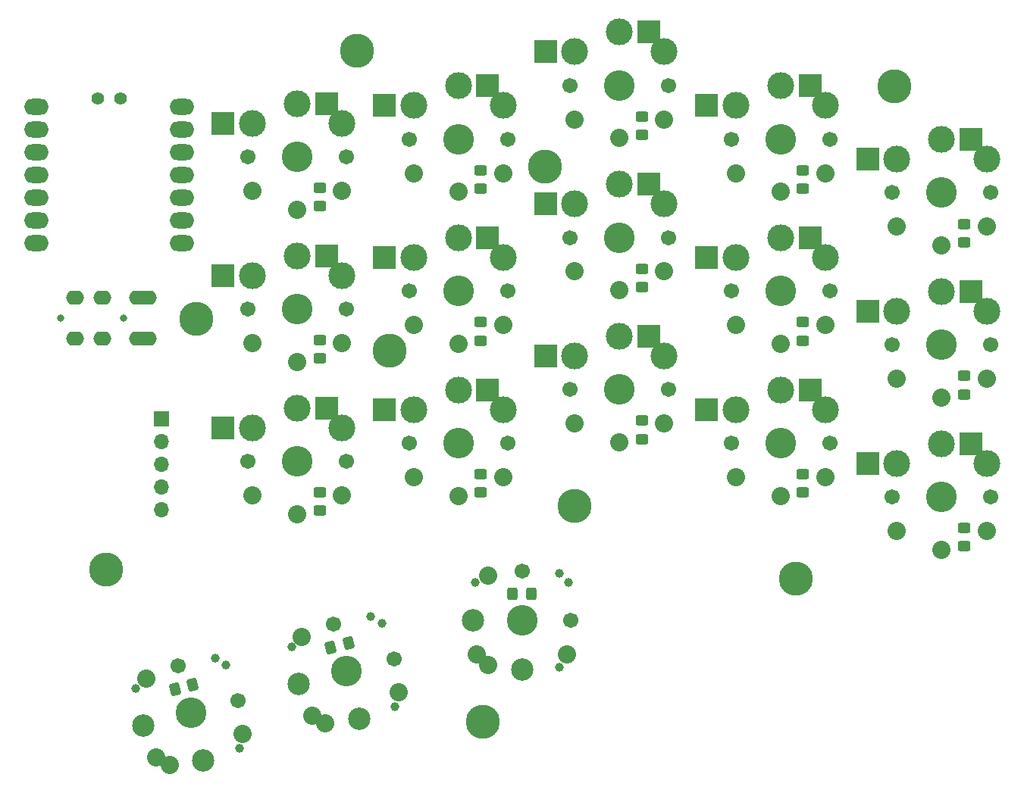
<source format=gbr>
%TF.GenerationSoftware,KiCad,Pcbnew,6.0.7*%
%TF.CreationDate,2023-01-29T15:54:58+00:00*%
%TF.ProjectId,rknt36-rounded,726b6e74-3336-42d7-926f-756e6465642e,rev?*%
%TF.SameCoordinates,Original*%
%TF.FileFunction,Soldermask,Top*%
%TF.FilePolarity,Negative*%
%FSLAX46Y46*%
G04 Gerber Fmt 4.6, Leading zero omitted, Abs format (unit mm)*
G04 Created by KiCad (PCBNEW 6.0.7) date 2023-01-29 15:54:58*
%MOMM*%
%LPD*%
G01*
G04 APERTURE LIST*
G04 Aperture macros list*
%AMRoundRect*
0 Rectangle with rounded corners*
0 $1 Rounding radius*
0 $2 $3 $4 $5 $6 $7 $8 $9 X,Y pos of 4 corners*
0 Add a 4 corners polygon primitive as box body*
4,1,4,$2,$3,$4,$5,$6,$7,$8,$9,$2,$3,0*
0 Add four circle primitives for the rounded corners*
1,1,$1+$1,$2,$3*
1,1,$1+$1,$4,$5*
1,1,$1+$1,$6,$7*
1,1,$1+$1,$8,$9*
0 Add four rect primitives between the rounded corners*
20,1,$1+$1,$2,$3,$4,$5,0*
20,1,$1+$1,$4,$5,$6,$7,0*
20,1,$1+$1,$6,$7,$8,$9,0*
20,1,$1+$1,$8,$9,$2,$3,0*%
G04 Aperture macros list end*
%ADD10RoundRect,0.250000X0.197457X0.518783X-0.430394X0.350550X-0.197457X-0.518783X0.430394X-0.350550X0*%
%ADD11C,1.701800*%
%ADD12C,3.000000*%
%ADD13C,3.429000*%
%ADD14R,2.600000X2.600000*%
%ADD15C,2.032000*%
%ADD16RoundRect,0.250000X0.450000X-0.325000X0.450000X0.325000X-0.450000X0.325000X-0.450000X-0.325000X0*%
%ADD17R,1.700000X1.700000*%
%ADD18O,1.700000X1.700000*%
%ADD19C,0.990600*%
%ADD20C,2.500000*%
%ADD21C,3.800000*%
%ADD22C,0.800000*%
%ADD23O,2.000000X1.600000*%
%ADD24RoundRect,0.250000X0.325000X0.450000X-0.325000X0.450000X-0.325000X-0.450000X0.325000X-0.450000X0*%
%ADD25O,2.750000X1.800000*%
%ADD26C,1.397000*%
G04 APERTURE END LIST*
D10*
%TO.C,D31*%
X102326952Y-115995675D03*
X100346804Y-116526255D03*
%TD*%
D11*
%TO.C,SW9*%
X162500000Y-72000000D03*
D12*
X168000000Y-66050000D03*
X173000000Y-68250000D03*
D11*
X173500000Y-72000000D03*
D12*
X163000000Y-68250000D03*
D13*
X168000000Y-72000000D03*
D14*
X171275000Y-66050000D03*
D15*
X168000000Y-77900000D03*
D14*
X159725000Y-68250000D03*
D15*
X163000000Y-75800000D03*
X173000000Y-75800000D03*
%TD*%
D13*
%TO.C,SW15*%
X186000000Y-95000000D03*
D12*
X181000000Y-91250000D03*
D11*
X191500000Y-95000000D03*
D12*
X186000000Y-89050000D03*
X191000000Y-91250000D03*
D11*
X180500000Y-95000000D03*
D14*
X189275000Y-89050000D03*
D15*
X186000000Y-100900000D03*
D14*
X177725000Y-91250000D03*
D15*
X181000000Y-98800000D03*
X191000000Y-98800000D03*
%TD*%
D16*
%TO.C,D21*%
X116500000Y-96525000D03*
X116500000Y-94475000D03*
%TD*%
D12*
%TO.C,SW14*%
X163000000Y-85250000D03*
D13*
X168000000Y-89000000D03*
D12*
X168000000Y-83050000D03*
X173000000Y-85250000D03*
D11*
X173500000Y-89000000D03*
X162500000Y-89000000D03*
D14*
X171275000Y-83050000D03*
D15*
X168000000Y-94900000D03*
X173000000Y-92800000D03*
X163000000Y-92800000D03*
D14*
X159725000Y-85250000D03*
%TD*%
D12*
%TO.C,SW6*%
X114000000Y-68050000D03*
X119000000Y-70250000D03*
D11*
X119500000Y-74000000D03*
X108500000Y-74000000D03*
D13*
X114000000Y-74000000D03*
D12*
X109000000Y-70250000D03*
D15*
X114000000Y-79900000D03*
D14*
X117275000Y-68050000D03*
D15*
X119000000Y-77800000D03*
D14*
X105725000Y-70250000D03*
D15*
X109000000Y-77800000D03*
%TD*%
D17*
%TO.C,J1*%
X98800000Y-86300000D03*
D18*
X98800000Y-88840000D03*
X98800000Y-91380000D03*
X98800000Y-93920000D03*
X98800000Y-96460000D03*
%TD*%
D16*
%TO.C,D17*%
X170500000Y-77525000D03*
X170500000Y-75475000D03*
%TD*%
D11*
%TO.C,SW4*%
X173500000Y-55000000D03*
D12*
X168000000Y-49050000D03*
X173000000Y-51250000D03*
X163000000Y-51250000D03*
D13*
X168000000Y-55000000D03*
D11*
X162500000Y-55000000D03*
D14*
X171275000Y-49050000D03*
D15*
X168000000Y-60900000D03*
X173000000Y-58800000D03*
X163000000Y-58800000D03*
D14*
X159725000Y-51250000D03*
%TD*%
D16*
%TO.C,D9*%
X188500000Y-66525000D03*
X188500000Y-64475000D03*
%TD*%
%TO.C,D15*%
X152500000Y-71525000D03*
X152500000Y-69475000D03*
%TD*%
D12*
%TO.C,SW13*%
X150000000Y-77050000D03*
X145000000Y-79250000D03*
D11*
X155500000Y-83000000D03*
D12*
X155000000Y-79250000D03*
D11*
X144500000Y-83000000D03*
D13*
X150000000Y-83000000D03*
D14*
X153275000Y-77050000D03*
D15*
X150000000Y-88900000D03*
X155000000Y-86800000D03*
X145000000Y-86800000D03*
D14*
X141725000Y-79250000D03*
%TD*%
D16*
%TO.C,D7*%
X170500000Y-60525000D03*
X170500000Y-58475000D03*
%TD*%
%TO.C,D23*%
X134500000Y-94525000D03*
X134500000Y-92475000D03*
%TD*%
D19*
%TO.C,SW16*%
X104819188Y-113029570D03*
X107521259Y-123113836D03*
X95984162Y-116452890D03*
X106068428Y-113750819D03*
D13*
X102113335Y-119158743D03*
D11*
X107425927Y-117735238D03*
X100689830Y-113846151D03*
D20*
X103536840Y-124471335D03*
X96800743Y-120582248D03*
D15*
X98267218Y-124123356D03*
X99736912Y-124971885D03*
X107926477Y-121535166D03*
X97148722Y-115312626D03*
%TD*%
D11*
%TO.C,SW17*%
X118076495Y-109187408D03*
D19*
X113370827Y-111794147D03*
D13*
X119500000Y-114500000D03*
D11*
X124812592Y-113076495D03*
D19*
X124907924Y-118455093D03*
X123455093Y-109092076D03*
X122205853Y-108370827D03*
D20*
X114187408Y-115923505D03*
X120923505Y-119812592D03*
D15*
X115653883Y-119464613D03*
X117123577Y-120313142D03*
X114535387Y-110653883D03*
X125313142Y-116876423D03*
%TD*%
D16*
%TO.C,D19*%
X188500000Y-83525000D03*
X188500000Y-81475000D03*
%TD*%
%TO.C,D11*%
X116500000Y-79525000D03*
X116500000Y-77475000D03*
%TD*%
D11*
%TO.C,SW8*%
X144500000Y-66000000D03*
X155500000Y-66000000D03*
D13*
X150000000Y-66000000D03*
D12*
X155000000Y-62250000D03*
X145000000Y-62250000D03*
X150000000Y-60050000D03*
D15*
X150000000Y-71900000D03*
D14*
X153275000Y-60050000D03*
X141725000Y-62250000D03*
D15*
X145000000Y-69800000D03*
X155000000Y-69800000D03*
%TD*%
D11*
%TO.C,SW3*%
X144500000Y-49000000D03*
D12*
X155000000Y-45250000D03*
X150000000Y-43050000D03*
D13*
X150000000Y-49000000D03*
D11*
X155500000Y-49000000D03*
D12*
X145000000Y-45250000D03*
D15*
X150000000Y-54900000D03*
D14*
X153275000Y-43050000D03*
D15*
X145000000Y-52800000D03*
D14*
X141725000Y-45250000D03*
D15*
X155000000Y-52800000D03*
%TD*%
D13*
%TO.C,SW1*%
X114000000Y-57000000D03*
D12*
X119000000Y-53250000D03*
X109000000Y-53250000D03*
D11*
X108500000Y-57000000D03*
D12*
X114000000Y-51050000D03*
D11*
X119500000Y-57000000D03*
D15*
X114000000Y-62900000D03*
D14*
X117275000Y-51050000D03*
D15*
X119000000Y-60800000D03*
X109000000Y-60800000D03*
D14*
X105725000Y-53250000D03*
%TD*%
D21*
%TO.C,H3*%
X169700000Y-104130000D03*
%TD*%
D16*
%TO.C,D3*%
X134500000Y-60525000D03*
X134500000Y-58475000D03*
%TD*%
%TO.C,D1*%
X116500000Y-62525000D03*
X116500000Y-60475000D03*
%TD*%
%TO.C,D29*%
X188500000Y-100525000D03*
X188500000Y-98475000D03*
%TD*%
D11*
%TO.C,SW12*%
X137500000Y-89000000D03*
D12*
X137000000Y-85250000D03*
D13*
X132000000Y-89000000D03*
D11*
X126500000Y-89000000D03*
D12*
X132000000Y-83050000D03*
X127000000Y-85250000D03*
D15*
X132000000Y-94900000D03*
D14*
X135275000Y-83050000D03*
D15*
X137000000Y-92800000D03*
X127000000Y-92800000D03*
D14*
X123725000Y-85250000D03*
%TD*%
D13*
%TO.C,SW5*%
X186000000Y-61000000D03*
D11*
X191500000Y-61000000D03*
D12*
X186000000Y-55050000D03*
X181000000Y-57250000D03*
D11*
X180500000Y-61000000D03*
D12*
X191000000Y-57250000D03*
D15*
X186000000Y-66900000D03*
D14*
X189275000Y-55050000D03*
D15*
X181000000Y-64800000D03*
X191000000Y-64800000D03*
D14*
X177725000Y-57250000D03*
%TD*%
D13*
%TO.C,SW10*%
X186000000Y-78000000D03*
D12*
X181000000Y-74250000D03*
D11*
X180500000Y-78000000D03*
X191500000Y-78000000D03*
D12*
X191000000Y-74250000D03*
X186000000Y-72050000D03*
D15*
X186000000Y-83900000D03*
D14*
X189275000Y-72050000D03*
D15*
X181000000Y-81800000D03*
X191000000Y-81800000D03*
D14*
X177725000Y-74250000D03*
%TD*%
D21*
%TO.C,H1*%
X102700000Y-75130000D03*
%TD*%
D16*
%TO.C,D27*%
X170500000Y-94525000D03*
X170500000Y-92475000D03*
%TD*%
D21*
%TO.C,H7*%
X145000000Y-96000000D03*
%TD*%
D10*
%TO.C,D33*%
X119713617Y-111336933D03*
X117733469Y-111867513D03*
%TD*%
D22*
%TO.C,U3*%
X94600000Y-75000000D03*
X87600000Y-75000000D03*
D23*
X97300000Y-77300000D03*
X96200000Y-72700000D03*
X92200000Y-72700000D03*
X89200000Y-72700000D03*
%TD*%
D16*
%TO.C,D13*%
X134500000Y-77525000D03*
X134500000Y-75475000D03*
%TD*%
D21*
%TO.C,H5*%
X92700000Y-103130000D03*
%TD*%
D16*
%TO.C,D25*%
X152500000Y-88525000D03*
X152500000Y-86475000D03*
%TD*%
D12*
%TO.C,SW2*%
X137000000Y-51250000D03*
D11*
X126500000Y-55000000D03*
X137500000Y-55000000D03*
D12*
X127000000Y-51250000D03*
X132000000Y-49050000D03*
D13*
X132000000Y-55000000D03*
D15*
X132000000Y-60900000D03*
D14*
X135275000Y-49050000D03*
D15*
X137000000Y-58800000D03*
D14*
X123725000Y-51250000D03*
D15*
X127000000Y-58800000D03*
%TD*%
D21*
%TO.C,H4*%
X180700000Y-49130000D03*
%TD*%
%TO.C,H10*%
X124362174Y-78682808D03*
%TD*%
D12*
%TO.C,SW11*%
X114000000Y-85050000D03*
X119000000Y-87250000D03*
D13*
X114000000Y-91000000D03*
D12*
X109000000Y-87250000D03*
D11*
X119500000Y-91000000D03*
X108500000Y-91000000D03*
D15*
X114000000Y-96900000D03*
D14*
X117275000Y-85050000D03*
X105725000Y-87250000D03*
D15*
X109000000Y-94800000D03*
X119000000Y-94800000D03*
%TD*%
D24*
%TO.C,D35*%
X140125000Y-105800000D03*
X138075000Y-105800000D03*
%TD*%
D21*
%TO.C,H6*%
X120700000Y-45130000D03*
%TD*%
D25*
%TO.C,U1*%
X84905040Y-51380000D03*
X84905040Y-53920000D03*
X84905040Y-56460000D03*
X84905040Y-59000000D03*
X84905040Y-61540000D03*
X84905040Y-64080000D03*
X84905040Y-66620000D03*
X101094960Y-66620000D03*
X101094960Y-64080000D03*
X101094960Y-61540000D03*
X101094960Y-59000000D03*
X101094960Y-56460000D03*
X101094960Y-53920000D03*
X101094960Y-51380000D03*
D26*
X91730000Y-50428000D03*
X94270000Y-50428000D03*
%TD*%
D19*
%TO.C,SW18*%
X143300000Y-103580000D03*
D11*
X139100000Y-103300000D03*
D13*
X139100000Y-108800000D03*
D19*
X133880000Y-104600000D03*
X144320000Y-104600000D03*
X143300000Y-114020000D03*
D11*
X144600000Y-108800000D03*
D20*
X139100000Y-114300000D03*
X133600000Y-108800000D03*
D15*
X144100000Y-112600000D03*
X135300000Y-113800000D03*
X135300000Y-103800000D03*
X134100000Y-112600000D03*
%TD*%
D21*
%TO.C,H8*%
X141679366Y-58044982D03*
%TD*%
D11*
%TO.C,SW7*%
X137500000Y-72000000D03*
D12*
X132000000Y-66050000D03*
X127000000Y-68250000D03*
X137000000Y-68250000D03*
D13*
X132000000Y-72000000D03*
D11*
X126500000Y-72000000D03*
D15*
X132000000Y-77900000D03*
D14*
X135275000Y-66050000D03*
D15*
X127000000Y-75800000D03*
X137000000Y-75800000D03*
D14*
X123725000Y-68250000D03*
%TD*%
D16*
%TO.C,D5*%
X152500000Y-54525000D03*
X152500000Y-52475000D03*
%TD*%
D21*
%TO.C,H2*%
X134700000Y-120130000D03*
%TD*%
D22*
%TO.C,U4*%
X87600000Y-75000000D03*
X94600000Y-75000000D03*
D23*
X97300000Y-72700000D03*
X96200000Y-77300000D03*
X92200000Y-77300000D03*
X89200000Y-77300000D03*
%TD*%
M02*

</source>
